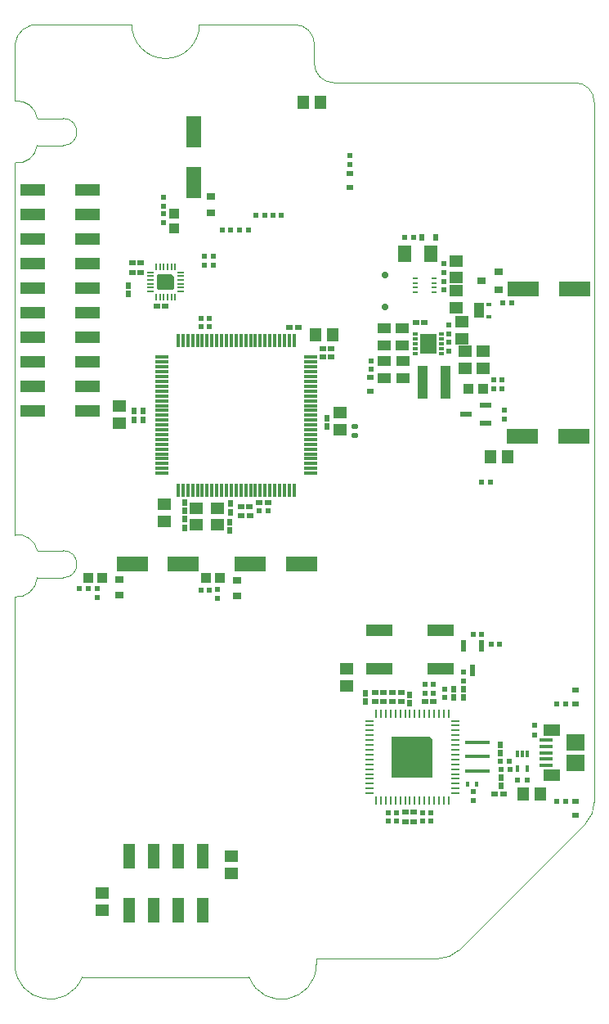
<source format=gtp>
G04 Layer_Color=8421504*
%FSLAX44Y44*%
%MOMM*%
G71*
G01*
G75*
%ADD10R,0.5900X0.6000*%
%ADD11R,0.8000X0.6000*%
%ADD12R,0.6000X0.5900*%
%ADD13R,0.3000X0.6600*%
%ADD14R,3.2200X1.6300*%
%ADD15R,1.0500X1.0200*%
%ADD16R,1.4700X1.1500*%
%ADD17R,0.6400X0.6300*%
%ADD18R,1.3500X1.8200*%
%ADD19R,1.4700X1.1100*%
%ADD20R,1.1500X1.4700*%
%ADD21R,0.6300X0.6400*%
%ADD22R,1.9000X1.7500*%
%ADD23R,1.8000X1.1500*%
%ADD24R,1.4000X0.4000*%
%ADD25R,1.2600X0.6100*%
%ADD26R,0.5000X0.4000*%
%ADD27R,1.1000X1.6000*%
%ADD28R,0.6000X0.8000*%
%ADD29R,0.6000X0.5000*%
%ADD30R,0.5000X0.6000*%
%ADD31R,0.9800X3.4000*%
%ADD32C,0.7200*%
%ADD33R,0.9720X0.8020*%
%ADD34R,0.4000X0.6000*%
%ADD35R,0.6000X1.2100*%
G04:AMPARAMS|DCode=36|XSize=0.59mm|YSize=0.6mm|CornerRadius=0.1475mm|HoleSize=0mm|Usage=FLASHONLY|Rotation=90.000|XOffset=0mm|YOffset=0mm|HoleType=Round|Shape=RoundedRectangle|*
%AMROUNDEDRECTD36*
21,1,0.5900,0.3050,0,0,90.0*
21,1,0.2950,0.6000,0,0,90.0*
1,1,0.2950,0.1525,0.1475*
1,1,0.2950,0.1525,-0.1475*
1,1,0.2950,-0.1525,-0.1475*
1,1,0.2950,-0.1525,0.1475*
%
%ADD36ROUNDEDRECTD36*%
%ADD37R,1.4000X1.2000*%
%ADD38R,1.6300X3.2200*%
%ADD39R,1.0200X1.0500*%
%ADD40R,0.9300X0.7900*%
%ADD41R,2.6000X0.4000*%
%ADD42R,1.7000X2.1500*%
%ADD43R,0.6000X0.3500*%
%ADD44R,0.5000X0.2800*%
%ADD46R,2.8000X1.2000*%
%ADD47R,0.3000X1.4500*%
%ADD48R,1.4500X0.3000*%
%ADD49R,1.3000X2.5000*%
%ADD50R,2.5000X1.3000*%
%ADD52R,0.8500X0.2800*%
%ADD53R,0.2800X0.8500*%
%ADD54R,0.2200X0.7000*%
%ADD55R,0.7000X0.2200*%
%ADD60C,0.1000*%
%ADD74R,1.4504X1.4504*%
%ADD75R,0.3704X0.3704*%
G36*
X432750Y268750D02*
Y229250D01*
X390250D01*
Y271750D01*
X429750D01*
X432750Y268750D01*
D02*
G37*
G36*
X164750Y746950D02*
Y735550D01*
Y735252D01*
X164522Y734700D01*
X164100Y734278D01*
X163548Y734050D01*
X148452D01*
X147900Y734278D01*
X147478Y734700D01*
X147250Y735252D01*
Y735550D01*
Y748450D01*
Y748748D01*
X147478Y749300D01*
X147900Y749722D01*
X148452Y749950D01*
X161750D01*
X164750Y746950D01*
D02*
G37*
D10*
X223550Y795500D02*
D03*
X214450D02*
D03*
X232950D02*
D03*
X242050D02*
D03*
X514550Y719998D02*
D03*
X505450D02*
D03*
X412550Y788000D02*
D03*
X403450D02*
D03*
X492550Y535000D02*
D03*
X483450D02*
D03*
X511550Y246000D02*
D03*
X502450D02*
D03*
X512550Y237500D02*
D03*
X503450D02*
D03*
X492950Y367000D02*
D03*
X502050D02*
D03*
X570050Y305000D02*
D03*
X560950D02*
D03*
X570050Y205000D02*
D03*
X560950D02*
D03*
X262050Y505000D02*
D03*
X252950D02*
D03*
X433550Y325500D02*
D03*
X424450D02*
D03*
X433550Y316450D02*
D03*
X424450D02*
D03*
X76050Y424500D02*
D03*
X66950D02*
D03*
X201550Y423500D02*
D03*
X192450D02*
D03*
X276050Y811000D02*
D03*
X266950D02*
D03*
X258550D02*
D03*
X249450D02*
D03*
X483550Y377500D02*
D03*
X474450D02*
D03*
D11*
X580200Y319500D02*
D03*
Y305000D02*
D03*
X368000Y628500D02*
D03*
Y643000D02*
D03*
X580450Y190500D02*
D03*
Y205000D02*
D03*
X347000Y839500D02*
D03*
Y854000D02*
D03*
D12*
X395000Y193050D02*
D03*
Y183950D02*
D03*
X504100Y640550D02*
D03*
Y631450D02*
D03*
X496100Y640550D02*
D03*
Y631450D02*
D03*
X449050Y679550D02*
D03*
Y670450D02*
D03*
Y697550D02*
D03*
Y688450D02*
D03*
X444000Y742550D02*
D03*
Y733450D02*
D03*
Y760550D02*
D03*
Y751450D02*
D03*
X369000Y660550D02*
D03*
Y651450D02*
D03*
X507000Y609550D02*
D03*
Y600450D02*
D03*
X430850Y193050D02*
D03*
Y183950D02*
D03*
X422500Y193050D02*
D03*
Y183950D02*
D03*
X386250Y193050D02*
D03*
Y183950D02*
D03*
X445000Y311950D02*
D03*
Y321050D02*
D03*
X464500Y329450D02*
D03*
Y338550D02*
D03*
X474500Y214550D02*
D03*
Y205450D02*
D03*
X193000Y704550D02*
D03*
Y695450D02*
D03*
X201000Y704550D02*
D03*
Y695450D02*
D03*
X85000Y424550D02*
D03*
Y415450D02*
D03*
X210000Y423550D02*
D03*
Y414450D02*
D03*
X154000Y812550D02*
D03*
Y803450D02*
D03*
X347000Y872550D02*
D03*
Y863450D02*
D03*
X205500Y768550D02*
D03*
Y759450D02*
D03*
X195750Y768550D02*
D03*
Y759450D02*
D03*
X154000Y829550D02*
D03*
Y820450D02*
D03*
D13*
X530700Y253450D02*
D03*
X525700D02*
D03*
X530700Y238750D02*
D03*
X520700Y253450D02*
D03*
Y238750D02*
D03*
D14*
X579500Y735000D02*
D03*
X526500D02*
D03*
X578500Y582000D02*
D03*
X525500D02*
D03*
X174500Y450000D02*
D03*
X121500D02*
D03*
X296950D02*
D03*
X243950D02*
D03*
D15*
X484609Y631550D02*
D03*
X469909D02*
D03*
X90350Y436000D02*
D03*
X75650D02*
D03*
X212350Y435500D02*
D03*
X197650D02*
D03*
D16*
X466000Y670350D02*
D03*
Y652650D02*
D03*
X485000Y670350D02*
D03*
Y652650D02*
D03*
X457000Y763850D02*
D03*
Y746150D02*
D03*
X463000Y700850D02*
D03*
Y683150D02*
D03*
X457000Y732850D02*
D03*
Y715150D02*
D03*
X224000Y130150D02*
D03*
Y147850D02*
D03*
X108500Y613350D02*
D03*
Y595650D02*
D03*
X155000Y511850D02*
D03*
Y494150D02*
D03*
X337000Y606850D02*
D03*
Y589150D02*
D03*
X343500Y324150D02*
D03*
Y341850D02*
D03*
X90000Y92150D02*
D03*
Y109850D02*
D03*
D17*
X423950Y700000D02*
D03*
X415050D02*
D03*
X497050Y212500D02*
D03*
X505950D02*
D03*
X412950Y183500D02*
D03*
X404050D02*
D03*
X412950Y193500D02*
D03*
X404050D02*
D03*
X433450Y307550D02*
D03*
X424550D02*
D03*
X381950Y317000D02*
D03*
X373050D02*
D03*
X261950Y513500D02*
D03*
X253050D02*
D03*
X293450Y694500D02*
D03*
X284550D02*
D03*
X391050Y317000D02*
D03*
X399950D02*
D03*
X391050Y308000D02*
D03*
X399950D02*
D03*
X243200Y500000D02*
D03*
X234300D02*
D03*
X327450Y673000D02*
D03*
X318550D02*
D03*
X242950Y509500D02*
D03*
X234050D02*
D03*
X327450Y664000D02*
D03*
X318550D02*
D03*
X130450Y761500D02*
D03*
X121550D02*
D03*
X155700Y717000D02*
D03*
X146800D02*
D03*
X130450Y752000D02*
D03*
X121550D02*
D03*
X381950Y308000D02*
D03*
X373050D02*
D03*
D18*
X430850Y771000D02*
D03*
X403150D02*
D03*
D19*
X401500Y660282D02*
D03*
Y642282D02*
D03*
X382000Y694000D02*
D03*
Y676000D02*
D03*
X401000Y694000D02*
D03*
Y676000D02*
D03*
X382750Y660250D02*
D03*
Y642250D02*
D03*
D20*
X509850Y560750D02*
D03*
X492150D02*
D03*
X526150Y212000D02*
D03*
X543850D02*
D03*
X328850Y687000D02*
D03*
X311150D02*
D03*
X316100Y928000D02*
D03*
X298400D02*
D03*
D21*
X502500Y254550D02*
D03*
Y263450D02*
D03*
X503450Y220550D02*
D03*
Y229450D02*
D03*
X464500Y320950D02*
D03*
Y312050D02*
D03*
X454500D02*
D03*
Y320950D02*
D03*
X363000Y316450D02*
D03*
Y307550D02*
D03*
X409000Y314950D02*
D03*
Y306050D02*
D03*
X222000Y493450D02*
D03*
Y484550D02*
D03*
X176000Y496450D02*
D03*
Y487550D02*
D03*
X176000Y513950D02*
D03*
Y505050D02*
D03*
X123000Y608450D02*
D03*
Y599550D02*
D03*
X223500Y512450D02*
D03*
Y503550D02*
D03*
X132500Y608450D02*
D03*
Y599550D02*
D03*
X323000Y600950D02*
D03*
Y592050D02*
D03*
X117500Y738450D02*
D03*
Y729550D02*
D03*
D22*
X580200Y265750D02*
D03*
Y244250D02*
D03*
D23*
X556200Y278200D02*
D03*
Y231800D02*
D03*
D24*
X550200Y268000D02*
D03*
Y261500D02*
D03*
Y255000D02*
D03*
Y248500D02*
D03*
Y242000D02*
D03*
D25*
X487200Y595500D02*
D03*
Y614500D02*
D03*
X467300Y605000D02*
D03*
D26*
X491000Y718750D02*
D03*
Y705750D02*
D03*
D27*
X480500Y712250D02*
D03*
D28*
X436000Y788000D02*
D03*
X421500D02*
D03*
D29*
X538500Y283000D02*
D03*
Y273000D02*
D03*
D30*
X530700Y227000D02*
D03*
X520700D02*
D03*
D31*
X422000Y638000D02*
D03*
X445700D02*
D03*
D32*
X383000Y749350D02*
D03*
Y716350D02*
D03*
D33*
X500850Y733500D02*
D03*
Y752500D02*
D03*
X483150Y743000D02*
D03*
D34*
X478000Y222500D02*
D03*
X469000D02*
D03*
D35*
X483500Y365550D02*
D03*
X464500D02*
D03*
X474000Y340450D02*
D03*
D36*
X352000Y592050D02*
D03*
Y582950D02*
D03*
D37*
X210000Y507500D02*
D03*
Y490500D02*
D03*
X188000Y507500D02*
D03*
Y490500D02*
D03*
D38*
X185000Y897500D02*
D03*
Y844500D02*
D03*
D39*
X165000Y812350D02*
D03*
Y797650D02*
D03*
D40*
X203000Y830200D02*
D03*
Y813800D02*
D03*
X108000Y434200D02*
D03*
Y417800D02*
D03*
X229901Y433200D02*
D03*
Y416800D02*
D03*
D41*
X478500Y266000D02*
D03*
Y251000D02*
D03*
Y236000D02*
D03*
D42*
X428000Y678000D02*
D03*
D43*
X414750Y688000D02*
D03*
Y683000D02*
D03*
Y678000D02*
D03*
Y673000D02*
D03*
Y668000D02*
D03*
X441250Y688000D02*
D03*
Y683000D02*
D03*
Y678000D02*
D03*
Y673000D02*
D03*
Y668000D02*
D03*
D44*
X433950Y731000D02*
D03*
Y736000D02*
D03*
Y741000D02*
D03*
Y746000D02*
D03*
X414950D02*
D03*
Y741000D02*
D03*
Y736000D02*
D03*
Y731000D02*
D03*
D46*
X441000Y381500D02*
D03*
X377000D02*
D03*
X441000Y341500D02*
D03*
X377000D02*
D03*
D47*
X289000Y526750D02*
D03*
X284000D02*
D03*
X279000D02*
D03*
X274000D02*
D03*
X269000D02*
D03*
X264000D02*
D03*
X259000D02*
D03*
X254000D02*
D03*
X249000D02*
D03*
X244000D02*
D03*
X239000D02*
D03*
X234000D02*
D03*
X229000D02*
D03*
X224000D02*
D03*
X219000D02*
D03*
X214000D02*
D03*
X209000D02*
D03*
X204000D02*
D03*
X199000D02*
D03*
X194000D02*
D03*
X189000D02*
D03*
X184000D02*
D03*
X179000D02*
D03*
X174000D02*
D03*
X169000D02*
D03*
Y681250D02*
D03*
X174000D02*
D03*
X179000D02*
D03*
X184000D02*
D03*
X189000D02*
D03*
X194000D02*
D03*
X199000D02*
D03*
X204000D02*
D03*
X209000D02*
D03*
X214000D02*
D03*
X219000D02*
D03*
X224000D02*
D03*
X229000D02*
D03*
X234000D02*
D03*
X239000D02*
D03*
X244000D02*
D03*
X249000D02*
D03*
X254000D02*
D03*
X259000D02*
D03*
X264000D02*
D03*
X269000D02*
D03*
X274000D02*
D03*
X279000D02*
D03*
X284000D02*
D03*
X289000D02*
D03*
D48*
X151750Y544000D02*
D03*
Y549000D02*
D03*
Y554000D02*
D03*
Y559000D02*
D03*
Y564000D02*
D03*
Y569000D02*
D03*
Y574000D02*
D03*
Y579000D02*
D03*
Y584000D02*
D03*
Y589000D02*
D03*
Y594000D02*
D03*
Y599000D02*
D03*
Y604000D02*
D03*
Y609000D02*
D03*
Y614000D02*
D03*
Y619000D02*
D03*
Y624000D02*
D03*
Y629000D02*
D03*
Y634000D02*
D03*
Y639000D02*
D03*
Y644000D02*
D03*
Y649000D02*
D03*
Y654000D02*
D03*
Y659000D02*
D03*
Y664000D02*
D03*
X306250D02*
D03*
Y659000D02*
D03*
Y654000D02*
D03*
Y649000D02*
D03*
Y644000D02*
D03*
Y639000D02*
D03*
Y634000D02*
D03*
Y629000D02*
D03*
Y624000D02*
D03*
Y619000D02*
D03*
Y614000D02*
D03*
Y609000D02*
D03*
Y604000D02*
D03*
Y599000D02*
D03*
Y594000D02*
D03*
Y589000D02*
D03*
Y584000D02*
D03*
Y579000D02*
D03*
Y574000D02*
D03*
Y569000D02*
D03*
Y564000D02*
D03*
Y559000D02*
D03*
Y554000D02*
D03*
Y549000D02*
D03*
Y544000D02*
D03*
D49*
X118000Y148000D02*
D03*
X143400D02*
D03*
X168800D02*
D03*
X194200D02*
D03*
X118000Y92000D02*
D03*
X143400D02*
D03*
X168800D02*
D03*
X194200D02*
D03*
D50*
X18750Y608700D02*
D03*
Y634100D02*
D03*
X74750Y608700D02*
D03*
Y634100D02*
D03*
Y684900D02*
D03*
X18750Y761100D02*
D03*
Y786500D02*
D03*
Y811900D02*
D03*
Y837300D02*
D03*
X74750Y761100D02*
D03*
Y786500D02*
D03*
Y811900D02*
D03*
Y837300D02*
D03*
Y735700D02*
D03*
X18750D02*
D03*
X74750Y710300D02*
D03*
X18750D02*
D03*
X74750Y659500D02*
D03*
X18750Y684900D02*
D03*
Y659500D02*
D03*
D52*
X456250Y288000D02*
D03*
Y283000D02*
D03*
Y278000D02*
D03*
Y273000D02*
D03*
Y268000D02*
D03*
Y263000D02*
D03*
Y258000D02*
D03*
Y253000D02*
D03*
Y248000D02*
D03*
Y243000D02*
D03*
Y238000D02*
D03*
Y233000D02*
D03*
Y228000D02*
D03*
Y223000D02*
D03*
Y218000D02*
D03*
Y213000D02*
D03*
X366750D02*
D03*
Y218000D02*
D03*
Y223000D02*
D03*
Y228000D02*
D03*
Y233000D02*
D03*
Y238000D02*
D03*
Y243000D02*
D03*
Y248000D02*
D03*
Y253000D02*
D03*
Y258000D02*
D03*
Y263000D02*
D03*
Y268000D02*
D03*
Y273000D02*
D03*
Y278000D02*
D03*
Y283000D02*
D03*
Y288000D02*
D03*
D53*
X449000Y205750D02*
D03*
X444000D02*
D03*
X439000D02*
D03*
X434000D02*
D03*
X429000D02*
D03*
X424000D02*
D03*
X419000D02*
D03*
X414000D02*
D03*
X409000D02*
D03*
X404000D02*
D03*
X399000D02*
D03*
X394000D02*
D03*
X389000D02*
D03*
X384000D02*
D03*
X379000D02*
D03*
X374000D02*
D03*
Y295250D02*
D03*
X379000D02*
D03*
X384000D02*
D03*
X389000D02*
D03*
X394000D02*
D03*
X399000D02*
D03*
X404000D02*
D03*
X409000D02*
D03*
X414000D02*
D03*
X419000D02*
D03*
X424000D02*
D03*
X429000D02*
D03*
X434000D02*
D03*
X439000D02*
D03*
X444000D02*
D03*
X449000D02*
D03*
D54*
X166000Y757800D02*
D03*
X162000D02*
D03*
X158000D02*
D03*
X154000D02*
D03*
X150000D02*
D03*
X146000D02*
D03*
Y726200D02*
D03*
X150000D02*
D03*
X154000D02*
D03*
X158000D02*
D03*
X162000D02*
D03*
X166000D02*
D03*
D55*
X140200Y752000D02*
D03*
Y748000D02*
D03*
Y744000D02*
D03*
Y740000D02*
D03*
Y736000D02*
D03*
Y732000D02*
D03*
X171800D02*
D03*
Y736000D02*
D03*
Y740000D02*
D03*
Y744000D02*
D03*
Y748000D02*
D03*
Y752000D02*
D03*
D60*
X310000Y968000D02*
G03*
X330000Y948000I20000J0D01*
G01*
X310000Y988000D02*
G03*
X290000Y1008000I-20000J0D01*
G01*
X25000Y1007999D02*
G03*
X0Y988000I-2500J-22499D01*
G01*
X23000Y911000D02*
G03*
X-0Y929000I-20500J-2500D01*
G01*
Y865000D02*
G03*
X23000Y883000I2500J20500D01*
G01*
X23000Y464000D02*
G03*
X-0Y480000I-19500J-3500D01*
G01*
X0Y416000D02*
G03*
X23000Y436000I1500J21500D01*
G01*
X121000Y1008000D02*
G03*
X156000Y973000I35000J0D01*
G01*
D02*
G03*
X191000Y1008000I0J35000D01*
G01*
X-1Y36000D02*
G03*
X69600Y23000I36035J109D01*
G01*
X242399Y22999D02*
G03*
X312000Y36000I33587J12998D01*
G01*
X591213Y182213D02*
G03*
X600000Y203426I-21213J21213D01*
G01*
X438574Y42000D02*
G03*
X459787Y50787I0J30000D01*
G01*
X600000Y928000D02*
G03*
X580000Y948000I-20000J0D01*
G01*
X50000Y883000D02*
G03*
X50000Y911000I0J14000D01*
G01*
Y436000D02*
G03*
X50000Y464000I0J14000D01*
G01*
X310000Y968000D02*
Y988000D01*
X191000Y1008000D02*
X290000D01*
X0Y929000D02*
Y988000D01*
X25000Y1008000D02*
X121000D01*
X23000Y911000D02*
X50000D01*
X23000Y883000D02*
X50000D01*
X0Y480000D02*
Y865000D01*
X23000Y436000D02*
X50000D01*
X23000Y464000D02*
X50000D01*
X69600Y23000D02*
X242400D01*
X0Y36000D02*
Y416000D01*
X312000Y36000D02*
Y42000D01*
X600000Y203426D02*
Y928000D01*
X459787Y50787D02*
X591213Y182213D01*
X330000Y948000D02*
X580000D01*
X312000Y42000D02*
X438574D01*
D74*
X411500Y250500D02*
D03*
D75*
X156000Y742000D02*
D03*
M02*

</source>
